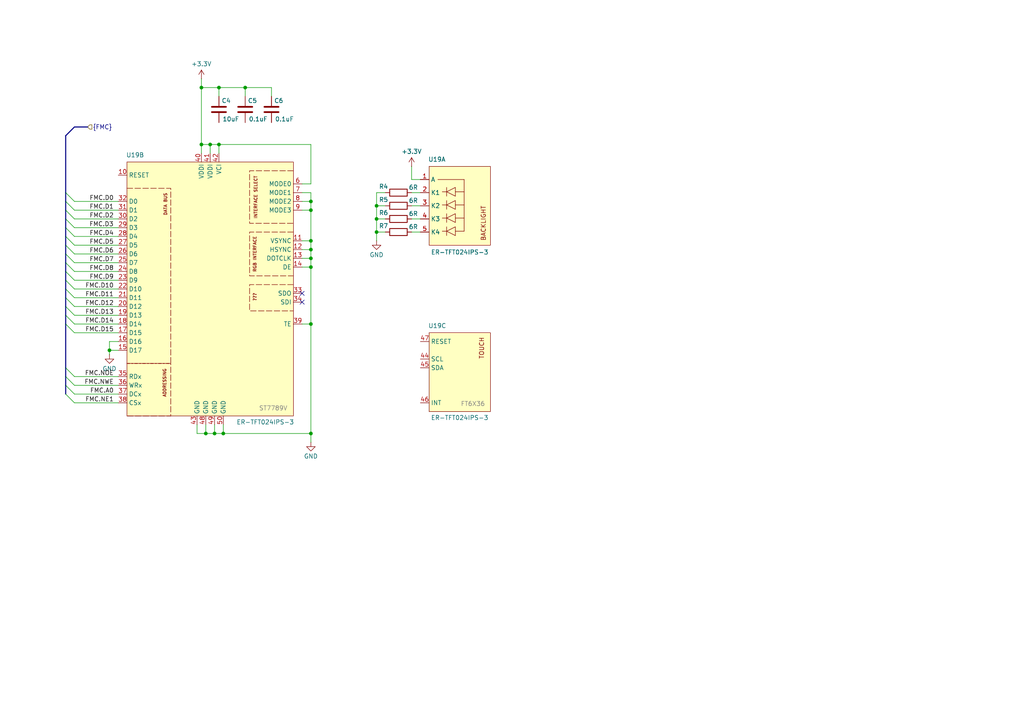
<source format=kicad_sch>
(kicad_sch (version 20250114) (generator "eeschema") (generator_version "9.0")
  (paper "A4")
  (lib_symbols
    (symbol "Device:C" (pin_numbers (hide yes)) (pin_names (offset 0.254))
      (property "Reference" "C" (at 0.635 2.54 0))
      (property "Value" "C" (at 0.635 -2.54 0))
      (symbol "C_0_1"
        (polyline (pts (xy -2.032 0.762) (xy 2.032 0.762)) (stroke (width 0.508)))
        (polyline (pts (xy -2.032 -0.762) (xy 2.032 -0.762)) (stroke (width 0.508)))
      )
      (symbol "C_1_1"
        (pin passive line (at 0 3.81 270) (length 2.794) (name "~") (number "1"))
        (pin passive line (at 0 -3.81 90) (length 2.794) (name "~") (number "2"))
      )
    )
    (symbol "Device:R" (pin_numbers (hide yes)) (pin_names (offset 0))
      (property "Reference" "R" (at 2.032 0 90))
      (property "Value" "R" (at 0 0 90))
      (symbol "R_0_1"
        (rectangle (start -1.016 -2.54) (end 1.016 2.54) (stroke (width 0.254)))
      )
      (symbol "R_1_1"
        (pin passive line (at 0 3.81 270) (length 1.27) (name "~") (number "1"))
        (pin passive line (at 0 -3.81 90) (length 1.27) (name "~") (number "2"))
      )
    )
    (symbol "ER-TFT024IPS-3_1"
      (property "Reference" "U" (at 0 0 0))
      (property "Value" "ER-TFT024IPS-3" (at 0 0 0))
      (symbol "ER-TFT024IPS-3_1_1_1"
        (rectangle (start -8.89 11.43) (end 8.89 -11.43) (fill (type background)))
        (polyline (pts (xy -6.35 7.62) (xy 1.27 7.62)))
        (polyline (pts (xy -5.08 4.064) (xy -3.81 4.064)))
        (polyline (pts (xy -5.08 0.254) (xy -3.81 0.254)))
        (polyline (pts (xy -5.08 -3.556) (xy -3.81 -3.556)))
        (polyline (pts (xy -3.81 2.794) (xy -3.81 5.334)))
        (polyline (pts (xy -3.81 -1.016) (xy -3.81 1.524)))
        (polyline (pts (xy -3.81 -4.826) (xy -3.81 -2.286)))
        (polyline (pts (xy -3.81 -7.366) (xy -5.08 -7.366)))
        (polyline (pts (xy -3.81 -8.636) (xy -3.81 -6.096)))
        (polyline (pts (xy -1.27 2.794) (xy -1.27 5.334) (xy -3.81 4.064) (xy -1.27 2.794)))
        (polyline (pts (xy -1.27 -1.016) (xy -1.27 1.524) (xy -3.81 0.254) (xy -1.27 -1.016)))
        (polyline (pts (xy -1.27 -4.826) (xy -1.27 -2.286) (xy -3.81 -3.556) (xy -1.27 -4.826)))
        (polyline (pts (xy -1.27 -8.636) (xy -1.27 -6.096) (xy -3.81 -7.366) (xy -1.27 -8.636)))
        (polyline (pts (xy 1.27 7.62) (xy 1.27 -7.366)))
        (polyline (pts (xy 1.27 4.064) (xy -1.27 4.064)))
        (polyline (pts (xy 1.27 0.254) (xy -1.27 0.254)))
        (polyline (pts (xy 1.27 -3.556) (xy -1.27 -3.556)))
        (polyline (pts (xy 1.27 -7.366) (xy -1.27 -7.366)))
        (text "BACKLIGHT" (at 7.62 -10.16 900) (effects (font (size 1.27 1.27)) (justify left bottom)))
        (pin input line (at -11.43 7.62 0) (length 2.54) (name "A") (number "1"))
        (pin input line (at -11.43 3.81 0) (length 2.54) (name "K1") (number "2"))
        (pin input line (at -11.43 0 0) (length 2.54) (name "K2") (number "3"))
        (pin input line (at -11.43 -3.81 0) (length 2.54) (name "K3") (number "4"))
        (pin input line (at -11.43 -7.62 0) (length 2.54) (name "K4") (number "5"))
      )
      (symbol "ER-TFT024IPS-3_1_2_1"
        (rectangle (start -24.13 36.83) (end 24.13 -36.83) (fill (type background)))
        (polyline (pts (xy -24.13 29.21) (xy -11.43 29.21) (xy -11.43 -21.59) (xy -24.13 -21.59)) (stroke (width 0) (type dash)))
        (polyline (pts (xy -24.13 -21.59) (xy -11.43 -21.59) (xy -11.43 -36.83) (xy -24.13 -36.83)) (stroke (width 0) (type dash)))
        (polyline (pts (xy 24.13 34.29) (xy 11.43 34.29) (xy 11.43 19.05) (xy 24.13 19.05)) (stroke (width 0) (type dash)))
        (polyline (pts (xy 24.13 16.51) (xy 11.43 16.51) (xy 11.43 3.81) (xy 24.13 3.81)) (stroke (width 0) (type dash)))
        (polyline (pts (xy 24.13 1.27) (xy 11.43 1.27) (xy 11.43 -6.35) (xy 24.13 -6.35)) (stroke (width 0) (type dash)))
        (text "ADDRESSING" (at -13.208 -27.178 900) (effects (font (size 0.889 0.889))))
        (text "DATA BUS" (at -12.954 24.638 900) (effects (font (size 0.889 0.889))))
        (text "RGB INTERFACE" (at 12.954 10.16 900) (effects (font (size 0.889 0.889))))
        (text "???" (at 12.954 -2.286 900) (effects (font (size 0.889 0.889))))
        (text "INTERFACE SELECT" (at 13.208 26.67 900) (effects (font (size 0.889 0.889))))
        (text "ST7789V" (at 18.288 -34.544 0) (effects (font (size 1.27 1.27))))
        (pin input line (at -26.67 33.02 0) (length 2.54) (name "RESET") (number "10"))
        (pin input line (at -26.67 25.4 0) (length 2.54) (name "D0") (number "32"))
        (pin input line (at -26.67 22.86 0) (length 2.54) (name "D1") (number "31"))
        (pin input line (at -26.67 20.32 0) (length 2.54) (name "D2") (number "30"))
        (pin input line (at -26.67 17.78 0) (length 2.54) (name "D3") (number "29"))
        (pin input line (at -26.67 15.24 0) (length 2.54) (name "D4") (number "28"))
        (pin input line (at -26.67 12.7 0) (length 2.54) (name "D5") (number "27"))
        (pin input line (at -26.67 10.16 0) (length 2.54) (name "D6") (number "26"))
        (pin input line (at -26.67 7.62 0) (length 2.54) (name "D7") (number "25"))
        (pin input line (at -26.67 5.08 0) (length 2.54) (name "D8") (number "24"))
        (pin input line (at -26.67 2.54 0) (length 2.54) (name "D9") (number "23"))
        (pin input line (at -26.67 0 0) (length 2.54) (name "D10") (number "22"))
        (pin input line (at -26.67 -2.54 0) (length 2.54) (name "D11") (number "21"))
        (pin input line (at -26.67 -5.08 0) (length 2.54) (name "D12") (number "20"))
        (pin input line (at -26.67 -7.62 0) (length 2.54) (name "D13") (number "19"))
        (pin input line (at -26.67 -10.16 0) (length 2.54) (name "D14") (number "18"))
        (pin input line (at -26.67 -12.7 0) (length 2.54) (name "D15") (number "17"))
        (pin input line (at -26.67 -15.24 0) (length 2.54) (name "D16") (number "16"))
        (pin input line (at -26.67 -17.78 0) (length 2.54) (name "D17") (number "15"))
        (pin input line (at -26.67 -25.4 0) (length 2.54) (name "RDx") (number "35"))
        (pin input line (at -26.67 -27.94 0) (length 2.54) (name "WRx") (number "36"))
        (pin input line (at -26.67 -30.48 0) (length 2.54) (name "DCx") (number "37"))
        (pin input line (at -26.67 -33.02 0) (length 2.54) (name "CSx") (number "38"))
        (pin input line (at -3.81 -39.37 90) (length 2.54) (name "GND") (number "43"))
        (pin input line (at -2.54 39.37 270) (length 2.54) (name "VDDI") (number "40"))
        (pin input line (at -1.27 -39.37 90) (length 2.54) (name "GND") (number "48"))
        (pin input line (at 0 39.37 270) (length 2.54) (name "VDDI") (number "41"))
        (pin input line (at 1.27 -39.37 90) (length 2.54) (name "GND") (number "49"))
        (pin input line (at 2.54 39.37 270) (length 2.54) (name "VCI") (number "42"))
        (pin input line (at 3.81 -39.37 90) (length 2.54) (name "GND") (number "50"))
        (pin input line (at 26.67 30.48 180) (length 2.54) (name "MODE0") (number "6"))
        (pin input line (at 26.67 27.94 180) (length 2.54) (name "MODE1") (number "7"))
        (pin input line (at 26.67 25.4 180) (length 2.54) (name "MODE2") (number "8"))
        (pin input line (at 26.67 22.86 180) (length 2.54) (name "MODE3") (number "9"))
        (pin input line (at 26.67 13.97 180) (length 2.54) (name "VSYNC") (number "11"))
        (pin input line (at 26.67 11.43 180) (length 2.54) (name "HSYNC") (number "12"))
        (pin input line (at 26.67 8.89 180) (length 2.54) (name "DOTCLK") (number "13"))
        (pin input line (at 26.67 6.35 180) (length 2.54) (name "DE") (number "14"))
        (pin input line (at 26.67 -1.27 180) (length 2.54) (name "SDO") (number "33"))
        (pin input line (at 26.67 -3.81 180) (length 2.54) (name "SDI") (number "34"))
        (pin input line (at 26.67 -10.16 180) (length 2.54) (name "TE") (number "39"))
      )
      (symbol "ER-TFT024IPS-3_1_3_1"
        (rectangle (start -8.89 11.43) (end 8.89 -11.43) (fill (type background)))
        (text "FT6X36" (at 3.81 -9.144 0) (effects (font (size 1.27 1.27))))
        (text "TOUCH" (at 7.112 3.81 900) (effects (font (size 1.27 1.27)) (justify left bottom)))
        (pin input line (at -11.43 8.89 0) (length 2.54) (name "RESET") (number "47"))
        (pin input line (at -11.43 3.81 0) (length 2.54) (name "SCL") (number "44"))
        (pin input line (at -11.43 1.27 0) (length 2.54) (name "SDA") (number "45"))
        (pin input line (at -11.43 -8.89 0) (length 2.54) (name "INT") (number "46"))
      )
    )
    (symbol "pocket_synth:ER-TFT024IPS-3"
      (symbol "ER-TFT024IPS-3_1_1"
        (rectangle (start -8.89 11.43) (end 8.89 -11.43) (fill (type background)))
        (polyline (pts (xy -6.35 7.62) (xy 1.27 7.62)))
        (polyline (pts (xy -5.08 4.064) (xy -3.81 4.064)))
        (polyline (pts (xy -5.08 0.254) (xy -3.81 0.254)))
        (polyline (pts (xy -5.08 -3.556) (xy -3.81 -3.556)))
        (polyline (pts (xy -3.81 2.794) (xy -3.81 5.334)))
        (polyline (pts (xy -3.81 -1.016) (xy -3.81 1.524)))
        (polyline (pts (xy -3.81 -4.826) (xy -3.81 -2.286)))
        (polyline (pts (xy -3.81 -7.366) (xy -5.08 -7.366)))
        (polyline (pts (xy -3.81 -8.636) (xy -3.81 -6.096)))
        (polyline (pts (xy -1.27 2.794) (xy -1.27 5.334) (xy -3.81 4.064) (xy -1.27 2.794)))
        (polyline (pts (xy -1.27 -1.016) (xy -1.27 1.524) (xy -3.81 0.254) (xy -1.27 -1.016)))
        (polyline (pts (xy -1.27 -4.826) (xy -1.27 -2.286) (xy -3.81 -3.556) (xy -1.27 -4.826)))
        (polyline (pts (xy -1.27 -8.636) (xy -1.27 -6.096) (xy -3.81 -7.366) (xy -1.27 -8.636)))
        (polyline (pts (xy 1.27 7.62) (xy 1.27 -7.366)))
        (polyline (pts (xy 1.27 4.064) (xy -1.27 4.064)))
        (polyline (pts (xy 1.27 0.254) (xy -1.27 0.254)))
        (polyline (pts (xy 1.27 -3.556) (xy -1.27 -3.556)))
        (polyline (pts (xy 1.27 -7.366) (xy -1.27 -7.366)))
        (text "BACKLIGHT" (at 7.62 -10.16 900) (effects (font (size 1.27 1.27)) (justify left bottom)))
        (pin input line (at -11.43 7.62 0) (length 2.54) (name "A") (number "1"))
        (pin input line (at -11.43 3.81 0) (length 2.54) (name "K1") (number "2"))
        (pin input line (at -11.43 0 0) (length 2.54) (name "K2") (number "3"))
        (pin input line (at -11.43 -3.81 0) (length 2.54) (name "K3") (number "4"))
        (pin input line (at -11.43 -7.62 0) (length 2.54) (name "K4") (number "5"))
      )
      (symbol "ER-TFT024IPS-3_2_1"
        (rectangle (start -24.13 36.83) (end 24.13 -36.83) (fill (type background)))
        (polyline (pts (xy -24.13 29.21) (xy -11.43 29.21) (xy -11.43 -21.59) (xy -24.13 -21.59)) (stroke (width 0) (type dash)))
        (polyline (pts (xy -24.13 -21.59) (xy -11.43 -21.59) (xy -11.43 -36.83) (xy -24.13 -36.83)) (stroke (width 0) (type dash)))
        (polyline (pts (xy 24.13 34.29) (xy 11.43 34.29) (xy 11.43 19.05) (xy 24.13 19.05)) (stroke (width 0) (type dash)))
        (polyline (pts (xy 24.13 16.51) (xy 11.43 16.51) (xy 11.43 3.81) (xy 24.13 3.81)) (stroke (width 0) (type dash)))
        (polyline (pts (xy 24.13 1.27) (xy 11.43 1.27) (xy 11.43 -6.35) (xy 24.13 -6.35)) (stroke (width 0) (type dash)))
        (text "ADDRESSING" (at -13.208 -27.178 900) (effects (font (size 0.889 0.889))))
        (text "DATA BUS" (at -12.954 24.638 900) (effects (font (size 0.889 0.889))))
        (text "RGB INTERFACE" (at 12.954 10.16 900) (effects (font (size 0.889 0.889))))
        (text "???" (at 12.954 -2.286 900) (effects (font (size 0.889 0.889))))
        (text "INTERFACE SELECT" (at 13.208 26.67 900) (effects (font (size 0.889 0.889))))
        (text "ST7789V" (at 18.288 -34.544 0) (effects (font (size 1.27 1.27))))
        (pin input line (at -26.67 33.02 0) (length 2.54) (name "RESET") (number "10"))
        (pin input line (at -26.67 25.4 0) (length 2.54) (name "D0") (number "32"))
        (pin input line (at -26.67 22.86 0) (length 2.54) (name "D1") (number "31"))
        (pin input line (at -26.67 20.32 0) (length 2.54) (name "D2") (number "30"))
        (pin input line (at -26.67 17.78 0) (length 2.54) (name "D3") (number "29"))
        (pin input line (at -26.67 15.24 0) (length 2.54) (name "D4") (number "28"))
        (pin input line (at -26.67 12.7 0) (length 2.54) (name "D5") (number "27"))
        (pin input line (at -26.67 10.16 0) (length 2.54) (name "D6") (number "26"))
        (pin input line (at -26.67 7.62 0) (length 2.54) (name "D7") (number "25"))
        (pin input line (at -26.67 5.08 0) (length 2.54) (name "D8") (number "24"))
        (pin input line (at -26.67 2.54 0) (length 2.54) (name "D9") (number "23"))
        (pin input line (at -26.67 0 0) (length 2.54) (name "D10") (number "22"))
        (pin input line (at -26.67 -2.54 0) (length 2.54) (name "D11") (number "21"))
        (pin input line (at -26.67 -5.08 0) (length 2.54) (name "D12") (number "20"))
        (pin input line (at -26.67 -7.62 0) (length 2.54) (name "D13") (number "19"))
        (pin input line (at -26.67 -10.16 0) (length 2.54) (name "D14") (number "18"))
        (pin input line (at -26.67 -12.7 0) (length 2.54) (name "D15") (number "17"))
        (pin input line (at -26.67 -15.24 0) (length 2.54) (name "D16") (number "16"))
        (pin input line (at -26.67 -17.78 0) (length 2.54) (name "D17") (number "15"))
        (pin input line (at -26.67 -25.4 0) (length 2.54) (name "RDx") (number "35"))
        (pin input line (at -26.67 -27.94 0) (length 2.54) (name "WRx") (number "36"))
        (pin input line (at -26.67 -30.48 0) (length 2.54) (name "DCx") (number "37"))
        (pin input line (at -26.67 -33.02 0) (length 2.54) (name "CSx") (number "38"))
        (pin input line (at -3.81 -39.37 90) (length 2.54) (name "GND") (number "43"))
        (pin input line (at -2.54 39.37 270) (length 2.54) (name "VDDI") (number "40"))
        (pin input line (at -1.27 -39.37 90) (length 2.54) (name "GND") (number "48"))
        (pin input line (at 0 39.37 270) (length 2.54) (name "VDDI") (number "41"))
        (pin input line (at 1.27 -39.37 90) (length 2.54) (name "GND") (number "49"))
        (pin input line (at 2.54 39.37 270) (length 2.54) (name "VCI") (number "42"))
        (pin input line (at 3.81 -39.37 90) (length 2.54) (name "GND") (number "50"))
        (pin input line (at 26.67 30.48 180) (length 2.54) (name "MODE0") (number "6"))
        (pin input line (at 26.67 27.94 180) (length 2.54) (name "MODE1") (number "7"))
        (pin input line (at 26.67 25.4 180) (length 2.54) (name "MODE2") (number "8"))
        (pin input line (at 26.67 22.86 180) (length 2.54) (name "MODE3") (number "9"))
        (pin input line (at 26.67 13.97 180) (length 2.54) (name "VSYNC") (number "11"))
        (pin input line (at 26.67 11.43 180) (length 2.54) (name "HSYNC") (number "12"))
        (pin input line (at 26.67 8.89 180) (length 2.54) (name "DOTCLK") (number "13"))
        (pin input line (at 26.67 6.35 180) (length 2.54) (name "DE") (number "14"))
        (pin input line (at 26.67 -1.27 180) (length 2.54) (name "SDO") (number "33"))
        (pin input line (at 26.67 -3.81 180) (length 2.54) (name "SDI") (number "34"))
        (pin input line (at 26.67 -10.16 180) (length 2.54) (name "TE") (number "39"))
      )
      (symbol "ER-TFT024IPS-3_3_1"
        (rectangle (start -8.89 11.43) (end 8.89 -11.43) (fill (type background)))
        (text "FT6X36" (at 3.81 -9.144 0) (effects (font (size 1.27 1.27))))
        (text "TOUCH" (at 7.112 3.81 900) (effects (font (size 1.27 1.27)) (justify left bottom)))
        (pin input line (at -11.43 8.89 0) (length 2.54) (name "RESET") (number "47"))
        (pin input line (at -11.43 3.81 0) (length 2.54) (name "SCL") (number "44"))
        (pin input line (at -11.43 1.27 0) (length 2.54) (name "SDA") (number "45"))
        (pin input line (at -11.43 -8.89 0) (length 2.54) (name "INT") (number "46"))
      )
    )
    (symbol "power:+3.3V" (power) (pin_numbers (hide yes)) (pin_names (offset 0) (hide yes))
      (property "Value" "+3.3V" (at 0 3.556 0))
      (symbol "+3.3V_0_1"
        (polyline (pts (xy -0.762 1.27) (xy 0 2.54)))
        (polyline (pts (xy 0 2.54) (xy 0.762 1.27)))
        (polyline (pts (xy 0 0) (xy 0 2.54)))
      )
      (symbol "+3.3V_1_1"
        (pin power_in line (at 0 0 90) (length 0) (name "~") (number "1"))
      )
    )
    (symbol "power:GND" (power) (pin_numbers (hide yes)) (pin_names (offset 0) (hide yes))
      (property "Value" "GND" (at 0 -3.81 0))
      (symbol "GND_0_1"
        (polyline (pts (xy 0 0) (xy 0 -1.27) (xy 1.27 -1.27) (xy 0 -2.54) (xy -1.27 -1.27) (xy 0 -1.27)))
      )
      (symbol "GND_1_1"
        (pin power_in line (at 0 0 270) (length 0) (name "~") (number "1"))
      )
    )
  )
  (junction (at 90.17 58.42))
  (junction (at 64.77 125.73))
  (junction (at 58.42 25.4))
  (junction (at 62.23 125.73))
  (junction (at 63.5 25.4))
  (junction (at 71.12 25.4))
  (junction (at 90.17 125.73))
  (junction (at 90.17 74.93))
  (junction (at 109.22 59.69))
  (junction (at 63.5 41.91))
  (junction (at 109.22 63.5))
  (junction (at 90.17 93.98))
  (junction (at 90.17 77.47))
  (junction (at 60.96 41.91))
  (junction (at 109.22 67.31))
  (junction (at 59.69 125.73))
  (junction (at 90.17 60.96))
  (junction (at 90.17 69.85))
  (junction (at 31.75 101.6))
  (junction (at 58.42 41.91))
  (junction (at 90.17 72.39))
  (no_connect (at 87.63 85.09))
  (no_connect (at 87.63 87.63))
  (bus_entry (at 21.59 60.96) (size -2.54 -2.54))
  (bus_entry (at 21.59 66.04) (size -2.54 -2.54))
  (bus_entry (at 21.59 116.84) (size -2.54 -2.54))
  (bus_entry (at 21.59 83.82) (size -2.54 -2.54))
  (bus_entry (at 21.59 86.36) (size -2.54 -2.54))
  (bus_entry (at 21.59 109.22) (size -2.54 -2.54))
  (bus_entry (at 21.59 93.98) (size -2.54 -2.54))
  (bus_entry (at 21.59 88.9) (size -2.54 -2.54))
  (bus_entry (at 21.59 73.66) (size -2.54 -2.54))
  (bus_entry (at 21.59 71.12) (size -2.54 -2.54))
  (bus_entry (at 21.59 111.76) (size -2.54 -2.54))
  (bus_entry (at 21.59 68.58) (size -2.54 -2.54))
  (bus_entry (at 21.59 78.74) (size -2.54 -2.54))
  (bus_entry (at 21.59 81.28) (size -2.54 -2.54))
  (bus_entry (at 21.59 96.52) (size -2.54 -2.54))
  (bus_entry (at 21.59 63.5) (size -2.54 -2.54))
  (bus_entry (at 21.59 114.3) (size -2.54 -2.54))
  (bus_entry (at 21.59 58.42) (size -2.54 -2.54))
  (bus_entry (at 21.59 91.44) (size -2.54 -2.54))
  (bus_entry (at 21.59 76.2) (size -2.54 -2.54))
  (wire (pts (xy 90.17 125.73) (xy 90.17 128.27)))
  (wire (pts (xy 78.74 25.4) (xy 78.74 27.94)))
  (wire (pts (xy 58.42 25.4) (xy 63.5 25.4)))
  (bus (pts (xy 19.05 66.04) (xy 19.05 68.58)))
  (wire (pts (xy 21.59 78.74) (xy 34.29 78.74)))
  (bus (pts (xy 19.05 63.5) (xy 19.05 66.04)))
  (wire (pts (xy 21.59 96.52) (xy 34.29 96.52)))
  (wire (pts (xy 31.75 99.06) (xy 31.75 101.6)))
  (wire (pts (xy 62.23 123.19) (xy 62.23 125.73)))
  (wire (pts (xy 58.42 41.91) (xy 58.42 44.45)))
  (wire (pts (xy 59.69 125.73) (xy 62.23 125.73)))
  (wire (pts (xy 87.63 72.39) (xy 90.17 72.39)))
  (wire (pts (xy 109.22 63.5) (xy 111.76 63.5)))
  (wire (pts (xy 119.38 59.69) (xy 121.92 59.69)))
  (wire (pts (xy 34.29 66.04) (xy 21.59 66.04)))
  (bus (pts (xy 19.05 109.22) (xy 19.05 111.76)))
  (wire (pts (xy 71.12 25.4) (xy 78.74 25.4)))
  (wire (pts (xy 119.38 55.88) (xy 121.92 55.88)))
  (wire (pts (xy 63.5 25.4) (xy 71.12 25.4)))
  (bus (pts (xy 19.05 68.58) (xy 19.05 71.12)))
  (wire (pts (xy 21.59 91.44) (xy 34.29 91.44)))
  (bus (pts (xy 19.05 81.28) (xy 19.05 83.82)))
  (wire (pts (xy 119.38 63.5) (xy 121.92 63.5)))
  (bus (pts (xy 19.05 73.66) (xy 19.05 76.2)))
  (wire (pts (xy 21.59 63.5) (xy 34.29 63.5)))
  (wire (pts (xy 21.59 76.2) (xy 34.29 76.2)))
  (wire (pts (xy 90.17 69.85) (xy 90.17 72.39)))
  (wire (pts (xy 87.63 60.96) (xy 90.17 60.96)))
  (wire (pts (xy 63.5 41.91) (xy 90.17 41.91)))
  (wire (pts (xy 109.22 59.69) (xy 111.76 59.69)))
  (wire (pts (xy 21.59 111.76) (xy 34.29 111.76)))
  (wire (pts (xy 21.59 109.22) (xy 34.29 109.22)))
  (wire (pts (xy 21.59 81.28) (xy 34.29 81.28)))
  (wire (pts (xy 90.17 53.34) (xy 90.17 41.91)))
  (wire (pts (xy 90.17 77.47) (xy 90.17 93.98)))
  (wire (pts (xy 87.63 77.47) (xy 90.17 77.47)))
  (bus (pts (xy 19.05 71.12) (xy 19.05 73.66)))
  (bus (pts (xy 19.05 91.44) (xy 19.05 93.98)))
  (wire (pts (xy 21.59 60.96) (xy 34.29 60.96)))
  (wire (pts (xy 109.22 67.31) (xy 111.76 67.31)))
  (wire (pts (xy 90.17 72.39) (xy 90.17 74.93)))
  (wire (pts (xy 58.42 22.86) (xy 58.42 25.4)))
  (wire (pts (xy 60.96 41.91) (xy 60.96 44.45)))
  (wire (pts (xy 21.59 83.82) (xy 34.29 83.82)))
  (wire (pts (xy 111.76 55.88) (xy 109.22 55.88)))
  (bus (pts (xy 19.05 83.82) (xy 19.05 86.36)))
  (wire (pts (xy 90.17 58.42) (xy 90.17 60.96)))
  (bus (pts (xy 19.05 60.96) (xy 19.05 63.5)))
  (wire (pts (xy 90.17 93.98) (xy 90.17 125.73)))
  (wire (pts (xy 21.59 68.58) (xy 34.29 68.58)))
  (wire (pts (xy 21.59 93.98) (xy 34.29 93.98)))
  (wire (pts (xy 60.96 41.91) (xy 63.5 41.91)))
  (wire (pts (xy 71.12 25.4) (xy 71.12 27.94)))
  (wire (pts (xy 58.42 41.91) (xy 60.96 41.91)))
  (wire (pts (xy 109.22 67.31) (xy 109.22 69.85)))
  (wire (pts (xy 21.59 116.84) (xy 34.29 116.84)))
  (bus (pts (xy 19.05 86.36) (xy 19.05 88.9)))
  (wire (pts (xy 21.59 58.42) (xy 34.29 58.42)))
  (bus (pts (xy 19.05 111.76) (xy 19.05 114.3)))
  (wire (pts (xy 64.77 125.73) (xy 90.17 125.73)))
  (wire (pts (xy 121.92 52.07) (xy 119.38 52.07)))
  (wire (pts (xy 58.42 25.4) (xy 58.42 41.91)))
  (wire (pts (xy 21.59 86.36) (xy 34.29 86.36)))
  (bus (pts (xy 19.05 78.74) (xy 19.05 81.28)))
  (wire (pts (xy 21.59 114.3) (xy 34.29 114.3)))
  (wire (pts (xy 87.63 69.85) (xy 90.17 69.85)))
  (wire (pts (xy 119.38 67.31) (xy 121.92 67.31)))
  (wire (pts (xy 57.15 123.19) (xy 57.15 125.73)))
  (wire (pts (xy 109.22 55.88) (xy 109.22 59.69)))
  (wire (pts (xy 90.17 74.93) (xy 90.17 77.47)))
  (bus (pts (xy 19.05 55.88) (xy 19.05 39.37)))
  (wire (pts (xy 87.63 58.42) (xy 90.17 58.42)))
  (wire (pts (xy 87.63 53.34) (xy 90.17 53.34)))
  (wire (pts (xy 109.22 59.69) (xy 109.22 63.5)))
  (bus (pts (xy 19.05 39.37) (xy 21.59 36.83)))
  (wire (pts (xy 62.23 125.73) (xy 64.77 125.73)))
  (wire (pts (xy 87.63 55.88) (xy 90.17 55.88)))
  (wire (pts (xy 87.63 74.93) (xy 90.17 74.93)))
  (wire (pts (xy 21.59 71.12) (xy 34.29 71.12)))
  (wire (pts (xy 21.59 73.66) (xy 34.29 73.66)))
  (bus (pts (xy 19.05 106.68) (xy 19.05 109.22)))
  (wire (pts (xy 34.29 99.06) (xy 31.75 99.06)))
  (bus (pts (xy 19.05 93.98) (xy 19.05 106.68)))
  (wire (pts (xy 31.75 101.6) (xy 31.75 102.87)))
  (wire (pts (xy 63.5 25.4) (xy 63.5 27.94)))
  (wire (pts (xy 64.77 123.19) (xy 64.77 125.73)))
  (bus (pts (xy 19.05 55.88) (xy 19.05 58.42)))
  (wire (pts (xy 31.75 101.6) (xy 34.29 101.6)))
  (wire (pts (xy 21.59 88.9) (xy 34.29 88.9)))
  (wire (pts (xy 90.17 55.88) (xy 90.17 58.42)))
  (wire (pts (xy 59.69 123.19) (xy 59.69 125.73)))
  (wire (pts (xy 119.38 48.26) (xy 119.38 52.07)))
  (bus (pts (xy 21.59 36.83) (xy 25.4 36.83)))
  (wire (pts (xy 63.5 41.91) (xy 63.5 44.45)))
  (bus (pts (xy 19.05 58.42) (xy 19.05 60.96)))
  (bus (pts (xy 19.05 88.9) (xy 19.05 91.44)))
  (wire (pts (xy 90.17 60.96) (xy 90.17 69.85)))
  (wire (pts (xy 109.22 63.5) (xy 109.22 67.31)))
  (wire (pts (xy 57.15 125.73) (xy 59.69 125.73)))
  (wire (pts (xy 87.63 93.98) (xy 90.17 93.98)))
  (bus (pts (xy 19.05 76.2) (xy 19.05 78.74)))
  (label "FMC.D13" (at 33.02 91.44 180))
  (label "FMC.A0" (at 33.02 114.3 180))
  (label "FMC.D2" (at 33.02 63.5 180))
  (label "FMC.D9" (at 33.02 81.28 180))
  (label "FMC.D7" (at 33.02 76.2 180))
  (label "FMC.D15" (at 33.02 96.52 180))
  (label "FMC.D4" (at 33.02 68.58 180))
  (label "FMC.NWE" (at 33.02 111.76 180))
  (label "FMC.D3" (at 32.973 66.04 180))
  (label "FMC.D0" (at 33.02 58.42 180))
  (label "FMC.D10" (at 33.02 83.82 180))
  (label "FMC.D12" (at 33.02 88.9 180))
  (label "FMC.D14" (at 33.02 93.98 180))
  (label "FMC.D8" (at 33.02 78.74 180))
  (label "FMC.NOE" (at 33.02 109.22 180))
  (label "FMC.D11" (at 33.02 86.36 180))
  (label "FMC.D5" (at 33.02 71.12 180))
  (label "FMC.NE1" (at 33.02 116.84 180))
  (label "FMC.D6" (at 33.02 73.66 180))
  (label "FMC.D1" (at 33.02 60.96 180))
  (hierarchical_label "{FMC}" (shape input) (at 25.4 36.83 0))
  (symbol (lib_id "power:GND") (at 31.75 102.87 0) (unit 1)
    (property "Reference" "#PWR026" (effects (hide yes)))
    (property "Value" "GND" (at 31.75 106.934 0))
    (property "Description" "Power symbol creates a global label with name \"GND\" , ground" (effects (hide yes)))
  )
  (symbol (lib_id "Device:R") (at 115.57 59.69 90) (unit 1)
    (property "Reference" "R5" (at 111.252 57.912 90))
    (property "Value" "6R" (at 119.888 58.166 90))
    (property "Description" "Resistor" (effects (hide yes)))
  )
  (symbol (lib_id "Device:C") (at 63.5 31.75 0) (unit 1)
    (property "Reference" "C4" (at 64.262 29.21 0) (effects (justify left)))
    (property "Value" "10uF" (at 64.516 34.544 0) (effects (justify left)))
    (property "Description" "Unpolarized capacitor" (effects (hide yes)))
  )
  (symbol (lib_id "pocket_synth:ER-TFT024IPS-3") (at 133.35 107.95 0) (unit 3)
    (property "Reference" "U19" (at 124.206 94.488 0) (effects (justify left)))
    (property "Value" "ER-TFT024IPS-3" (at 124.968 121.158 0) (effects (justify left)))
    (property "Footprint" "pocket_synth:ER-TFT024IPS-3" (effects (hide yes)))
  )
  (symbol (lib_name "ER-TFT024IPS-3_1") (lib_id "pocket_synth:ER-TFT024IPS-3") (at 60.96 83.82 0) (unit 2)
    (property "Reference" "U19" (at 36.576 44.958 0) (effects (justify left)))
    (property "Value" "ER-TFT024IPS-3" (at 68.58 122.428 0) (effects (justify left)))
    (property "Footprint" "pocket_synth:ER-TFT024IPS-3" (effects (hide yes)))
  )
  (symbol (lib_id "pocket_synth:ER-TFT024IPS-3") (at 133.35 59.69 0) (unit 1)
    (property "Reference" "U19" (at 124.206 46.228 0) (effects (justify left)))
    (property "Value" "ER-TFT024IPS-3" (at 124.968 73.152 0) (effects (justify left)))
    (property "Footprint" "pocket_synth:ER-TFT024IPS-3" (effects (hide yes)))
  )
  (symbol (lib_id "Device:R") (at 115.57 55.88 90) (unit 1)
    (property "Reference" "R4" (at 111.252 54.102 90))
    (property "Value" "6R" (at 119.888 54.356 90))
    (property "Description" "Resistor" (effects (hide yes)))
  )
  (symbol (lib_id "power:+3.3V") (at 119.38 48.26 0) (unit 1)
    (property "Reference" "#PWR029" (effects (hide yes)))
    (property "Value" "+3.3V" (at 119.38 43.942 0))
    (property "Description" "Power symbol creates a global label with name \"+3.3V\"" (effects (hide yes)))
  )
  (symbol (lib_id "Device:R") (at 115.57 63.5 90) (unit 1)
    (property "Reference" "R6" (at 111.252 61.722 90))
    (property "Value" "6R" (at 119.888 61.976 90))
    (property "Description" "Resistor" (effects (hide yes)))
  )
  (symbol (lib_id "power:GND") (at 109.22 69.85 0) (unit 1)
    (property "Reference" "#PWR030" (effects (hide yes)))
    (property "Value" "GND" (at 109.22 73.914 0))
    (property "Description" "Power symbol creates a global label with name \"GND\" , ground" (effects (hide yes)))
  )
  (symbol (lib_id "Device:C") (at 71.12 31.75 0) (unit 1)
    (property "Reference" "C5" (at 71.882 29.21 0) (effects (justify left)))
    (property "Value" "0.1uF" (at 72.136 34.544 0) (effects (justify left)))
    (property "Description" "Unpolarized capacitor" (effects (hide yes)))
  )
  (symbol (lib_id "Device:R") (at 115.57 67.31 90) (unit 1)
    (property "Reference" "R7" (at 111.252 65.532 90))
    (property "Value" "6R" (at 119.888 65.786 90))
    (property "Description" "Resistor" (effects (hide yes)))
  )
  (symbol (lib_id "power:GND") (at 90.17 128.27 0) (unit 1)
    (property "Reference" "#PWR028" (effects (hide yes)))
    (property "Value" "GND" (at 90.17 132.334 0))
    (property "Description" "Power symbol creates a global label with name \"GND\" , ground" (effects (hide yes)))
  )
  (symbol (lib_id "power:+3.3V") (at 58.42 22.86 0) (unit 1)
    (property "Reference" "#PWR027" (effects (hide yes)))
    (property "Value" "+3.3V" (at 58.42 18.542 0))
    (property "Description" "Power symbol creates a global label with name \"+3.3V\"" (effects (hide yes)))
  )
  (symbol (lib_id "Device:C") (at 78.74 31.75 0) (unit 1)
    (property "Reference" "C6" (at 79.502 29.21 0) (effects (justify left)))
    (property "Value" "0.1uF" (at 79.756 34.544 0) (effects (justify left)))
    (property "Description" "Unpolarized capacitor" (effects (hide yes)))
  )
)
</source>
